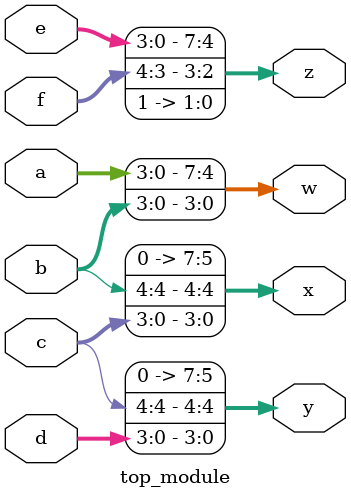
<source format=sv>
module top_module (
	input [4:0] a,
	input [4:0] b,
	input [4:0] c,
	input [4:0] d,
	input [4:0] e,
	input [4:0] f,
	output [7:0] w,
	output [7:0] x,
	output [7:0] y,
	output [7:0] z
);

	assign w = {a, b[3:0]};
	assign x = {b[4], c[3:0]};
	assign y = {c[4], d[3:0]};
	assign z = {d[4], e[3:0], f[4:3], 2'b11};

endmodule

</source>
